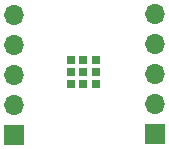
<source format=gbr>
%TF.GenerationSoftware,KiCad,Pcbnew,(6.0.4)*%
%TF.CreationDate,2023-08-09T15:54:22-04:00*%
%TF.ProjectId,ENS160,454e5331-3630-42e6-9b69-6361645f7063,rev?*%
%TF.SameCoordinates,Original*%
%TF.FileFunction,Soldermask,Top*%
%TF.FilePolarity,Negative*%
%FSLAX46Y46*%
G04 Gerber Fmt 4.6, Leading zero omitted, Abs format (unit mm)*
G04 Created by KiCad (PCBNEW (6.0.4)) date 2023-08-09 15:54:22*
%MOMM*%
%LPD*%
G01*
G04 APERTURE LIST*
%ADD10R,1.700000X1.700000*%
%ADD11O,1.700000X1.700000*%
%ADD12R,0.700000X0.700000*%
G04 APERTURE END LIST*
D10*
%TO.C,J1*%
X137975000Y-104300000D03*
D11*
X137975000Y-101760000D03*
X137975000Y-99220000D03*
X137975000Y-96680000D03*
X137975000Y-94140000D03*
%TD*%
D10*
%TO.C,J2*%
X149925000Y-104150000D03*
D11*
X149925000Y-101610000D03*
X149925000Y-99070000D03*
X149925000Y-96530000D03*
X149925000Y-93990000D03*
%TD*%
D12*
%TO.C,U1*%
X144900000Y-97875000D03*
X143850000Y-97875000D03*
X142800000Y-97875000D03*
X142800000Y-98925000D03*
X142800000Y-99975000D03*
X143850000Y-99975000D03*
X144900000Y-99975000D03*
X144900000Y-98925000D03*
X143850000Y-98925000D03*
%TD*%
M02*

</source>
